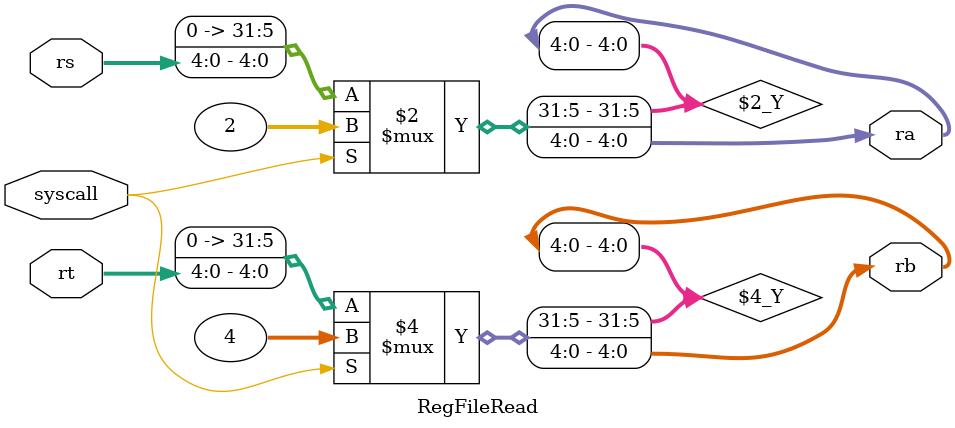
<source format=v>
module RegFileRead(
   syscall,rs,rt,
   ra,rb
   );
   input syscall;
   input [4:0]rs,rt;
   output [4:0]ra,rb;
   assign ra = syscall ? 2 : rs;
   assign rb = syscall ? 4 : rt;
endmodule
</source>
